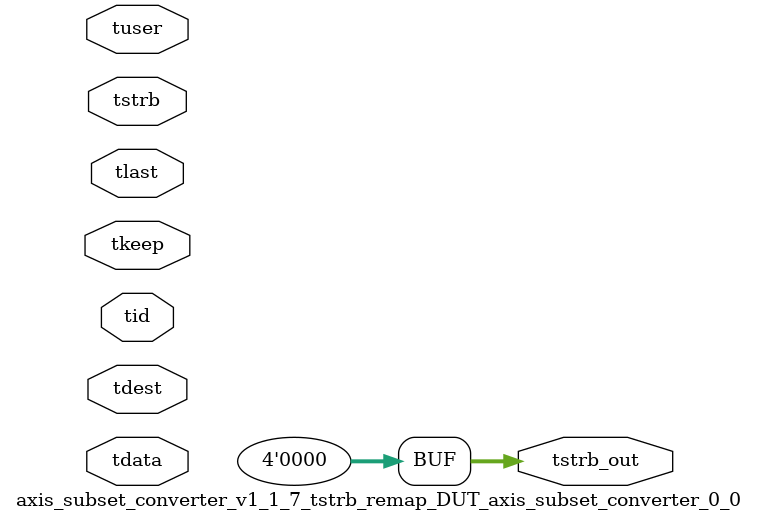
<source format=v>


`timescale 1ps/1ps

module axis_subset_converter_v1_1_7_tstrb_remap_DUT_axis_subset_converter_0_0 #
(
parameter C_S_AXIS_TDATA_WIDTH = 32,
parameter C_S_AXIS_TUSER_WIDTH = 0,
parameter C_S_AXIS_TID_WIDTH   = 0,
parameter C_S_AXIS_TDEST_WIDTH = 0,
parameter C_M_AXIS_TDATA_WIDTH = 32
)
(
input  [(C_S_AXIS_TDATA_WIDTH == 0 ? 1 : C_S_AXIS_TDATA_WIDTH)-1:0     ] tdata,
input  [(C_S_AXIS_TUSER_WIDTH == 0 ? 1 : C_S_AXIS_TUSER_WIDTH)-1:0     ] tuser,
input  [(C_S_AXIS_TID_WIDTH   == 0 ? 1 : C_S_AXIS_TID_WIDTH)-1:0       ] tid,
input  [(C_S_AXIS_TDEST_WIDTH == 0 ? 1 : C_S_AXIS_TDEST_WIDTH)-1:0     ] tdest,
input  [(C_S_AXIS_TDATA_WIDTH/8)-1:0 ] tkeep,
input  [(C_S_AXIS_TDATA_WIDTH/8)-1:0 ] tstrb,
input                                                                    tlast,
output [(C_M_AXIS_TDATA_WIDTH/8)-1:0 ] tstrb_out
);

assign tstrb_out = {1'b0};

endmodule


</source>
